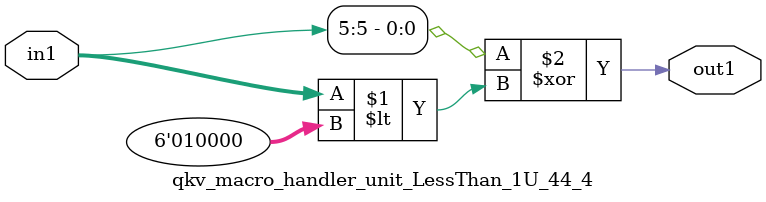
<source format=v>

`timescale 1ps / 1ps


module qkv_macro_handler_unit_LessThan_1U_44_4( in1, out1 );

    input [5:0] in1;
    output out1;

    
    // rtl_process:qkv_macro_handler_unit_LessThan_1U_44_4/qkv_macro_handler_unit_LessThan_1U_44_4_thread_1
    assign out1 = (in1[5] ^ in1 < 6'd16);

endmodule


</source>
